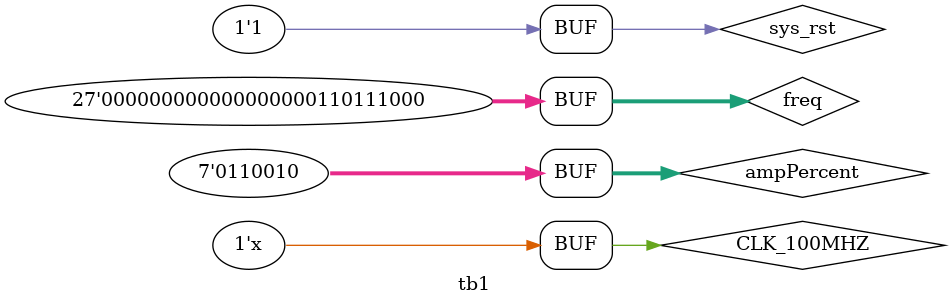
<source format=v>
`timescale 1ns / 1ps

module tb1();

// Inputs
reg CLK_100MHZ, sys_rst;
reg [26:0] freq = 440;
reg [6:0] ampPercent = 50;
// Outputs
wire SPKL, SPKR;

// Instantiate the Circuit Under Test (CUT)
pwmOut pwmOout_inst (
    .CLK_100MHZ(CLK_100MHZ),
    .sys_rst(sys_rst),
    .freq(freq),
    .ampPercent(ampPercent),
    .SPKL(SPKL),
    .SPKR(SPKR)
);
// Apply input stimulus
always #5 CLK_100MHZ <= ~CLK_100MHZ;

initial
begin
    sys_rst = 0;
    CLK_100MHZ = 0;
    #5 sys_rst = 1;
    
    
    #10000000;
end

endmodule
</source>
